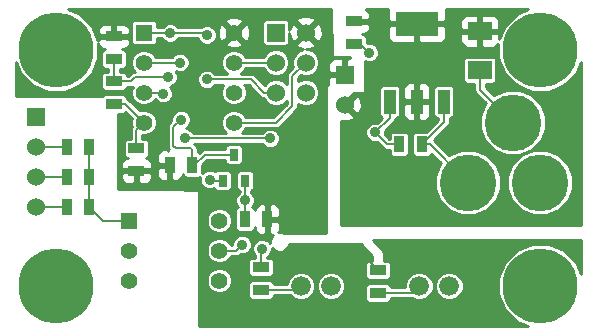
<source format=gtl>
G04 (created by PCBNEW (2013-05-31 BZR 4019)-stable) date 7/5/2014 3:54:55 PM*
%MOIN*%
G04 Gerber Fmt 3.4, Leading zero omitted, Abs format*
%FSLAX34Y34*%
G01*
G70*
G90*
G04 APERTURE LIST*
%ADD10C,0.00590551*%
%ADD11C,0.25*%
%ADD12R,0.144X0.08*%
%ADD13R,0.04X0.08*%
%ADD14R,0.06X0.06*%
%ADD15C,0.06*%
%ADD16C,0.189*%
%ADD17R,0.0315X0.0394*%
%ADD18R,0.055X0.035*%
%ADD19R,0.035X0.055*%
%ADD20R,0.055X0.055*%
%ADD21C,0.055*%
%ADD22R,0.08X0.06*%
%ADD23C,0.066*%
%ADD24C,0.035*%
%ADD25C,0.008*%
%ADD26C,0.01*%
G04 APERTURE END LIST*
G54D10*
G54D11*
X1574Y-9448D03*
G54D12*
X13600Y-700D03*
G54D13*
X13600Y-3300D03*
X14500Y-3300D03*
X12700Y-3300D03*
G54D14*
X11200Y-2400D03*
G54D15*
X11200Y-3400D03*
G54D11*
X17716Y-9448D03*
X17716Y-1574D03*
X1574Y-1574D03*
G54D16*
X17700Y-6000D03*
X15300Y-6000D03*
X16800Y-4000D03*
G54D14*
X8900Y-1000D03*
G54D15*
X9900Y-1000D03*
X8900Y-2000D03*
X9900Y-2000D03*
X8900Y-3000D03*
X9900Y-3000D03*
G54D17*
X7500Y-5067D03*
X7875Y-5933D03*
X7125Y-5933D03*
G54D18*
X12300Y-8925D03*
X12300Y-9675D03*
X8400Y-8825D03*
X8400Y-9575D03*
G54D19*
X1925Y-6800D03*
X2675Y-6800D03*
X1925Y-5800D03*
X2675Y-5800D03*
X1925Y-4800D03*
X2675Y-4800D03*
G54D20*
X4011Y-7267D03*
G54D21*
X4011Y-8267D03*
X4011Y-9267D03*
X7011Y-9267D03*
X7011Y-8267D03*
X7011Y-7267D03*
G54D14*
X900Y-3800D03*
G54D15*
X900Y-4800D03*
X900Y-5800D03*
X900Y-6800D03*
G54D18*
X11500Y-625D03*
X11500Y-1375D03*
X3500Y-2625D03*
X3500Y-3375D03*
G54D19*
X13760Y-4724D03*
X13010Y-4724D03*
G54D18*
X3500Y-1125D03*
X3500Y-1875D03*
X4250Y-5615D03*
X4250Y-4865D03*
G54D22*
X15700Y-950D03*
X15700Y-2250D03*
G54D20*
X4500Y-1000D03*
G54D21*
X4500Y-2000D03*
X4500Y-3000D03*
X4500Y-4000D03*
X7500Y-4000D03*
X7500Y-3000D03*
X7500Y-2000D03*
X7500Y-1000D03*
G54D23*
X13673Y-9448D03*
X14673Y-9448D03*
X9736Y-9448D03*
X10736Y-9448D03*
G54D19*
X7865Y-7220D03*
X8615Y-7220D03*
X6115Y-5420D03*
X5365Y-5420D03*
G54D24*
X8440Y-8200D03*
X5700Y-2000D03*
X5740Y-3900D03*
X8900Y-8400D03*
X5860Y-4510D03*
X5140Y-3040D03*
X8707Y-4527D03*
X5370Y-1020D03*
X5300Y-2490D03*
X6594Y-1082D03*
X6594Y-2559D03*
X12007Y-1673D03*
X6692Y-5905D03*
X12204Y-4330D03*
X7775Y-8070D03*
X7874Y-6594D03*
G54D25*
X7500Y-4000D02*
X8893Y-4000D01*
X9448Y-2451D02*
X9900Y-2000D01*
X9448Y-3444D02*
X9448Y-2451D01*
X8893Y-4000D02*
X9448Y-3444D01*
X8400Y-8825D02*
X8400Y-8240D01*
X8400Y-8240D02*
X8440Y-8200D01*
X7500Y-2000D02*
X8900Y-2000D01*
X6115Y-5420D02*
X6180Y-5420D01*
X6533Y-5067D02*
X7500Y-5067D01*
X6180Y-5420D02*
X6533Y-5067D01*
X6115Y-5420D02*
X6115Y-4915D01*
X5700Y-2000D02*
X4500Y-2000D01*
X5480Y-4160D02*
X5740Y-3900D01*
X5480Y-4780D02*
X5480Y-4160D01*
X5560Y-4860D02*
X5480Y-4780D01*
X6060Y-4860D02*
X5560Y-4860D01*
X6115Y-4915D02*
X6060Y-4860D01*
X11825Y-8450D02*
X12300Y-8925D01*
X8950Y-8450D02*
X11825Y-8450D01*
X8900Y-8400D02*
X8950Y-8450D01*
X5860Y-4510D02*
X5860Y-4527D01*
X4500Y-3000D02*
X5100Y-3000D01*
X5860Y-4527D02*
X8707Y-4527D01*
X5100Y-3000D02*
X5140Y-3040D01*
X3500Y-1875D02*
X3500Y-2625D01*
X3500Y-2625D02*
X4055Y-2625D01*
X5370Y-1020D02*
X5370Y-1000D01*
X4190Y-2490D02*
X5300Y-2490D01*
X4055Y-2625D02*
X4190Y-2490D01*
X8900Y-3000D02*
X8511Y-3000D01*
X6511Y-1000D02*
X5370Y-1000D01*
X6594Y-1082D02*
X6511Y-1000D01*
X8070Y-2559D02*
X6594Y-2559D01*
X8511Y-3000D02*
X8070Y-2559D01*
X5370Y-1000D02*
X4500Y-1000D01*
X14500Y-3300D02*
X14500Y-3985D01*
X14500Y-3985D02*
X13760Y-4724D01*
X13760Y-4724D02*
X14024Y-4724D01*
X14024Y-4724D02*
X15300Y-6000D01*
X4250Y-4865D02*
X4250Y-4250D01*
X4250Y-4250D02*
X4500Y-4000D01*
X11500Y-1375D02*
X11709Y-1375D01*
X11709Y-1375D02*
X12007Y-1673D01*
X7125Y-5933D02*
X6720Y-5933D01*
X6720Y-5933D02*
X6692Y-5905D01*
X13010Y-4724D02*
X12598Y-4724D01*
X12700Y-3835D02*
X12204Y-4330D01*
X12700Y-3835D02*
X12700Y-3300D01*
X12598Y-4724D02*
X12204Y-4330D01*
X15700Y-2250D02*
X15700Y-2900D01*
X15700Y-2900D02*
X16800Y-4000D01*
X3500Y-3375D02*
X3875Y-3375D01*
X3875Y-3375D02*
X4500Y-4000D01*
X7865Y-7220D02*
X7865Y-6603D01*
X7865Y-6603D02*
X7874Y-6594D01*
X7875Y-5933D02*
X7875Y-6593D01*
X7578Y-8267D02*
X7011Y-8267D01*
X7775Y-8070D02*
X7578Y-8267D01*
X7875Y-6593D02*
X7874Y-6594D01*
X900Y-6800D02*
X1925Y-6800D01*
X900Y-5800D02*
X1925Y-5800D01*
X900Y-4800D02*
X1925Y-4800D01*
X12300Y-9675D02*
X13447Y-9675D01*
X13447Y-9675D02*
X13673Y-9448D01*
X8400Y-9575D02*
X9610Y-9575D01*
X9610Y-9575D02*
X9736Y-9448D01*
X2675Y-4800D02*
X2675Y-5800D01*
X2675Y-5800D02*
X2675Y-6800D01*
X4011Y-7267D02*
X3142Y-7267D01*
X3142Y-7267D02*
X2675Y-6800D01*
G54D10*
G36*
X19066Y-9049D02*
X18904Y-8656D01*
X18510Y-8262D01*
X17996Y-8049D01*
X17439Y-8048D01*
X16924Y-8261D01*
X16530Y-8654D01*
X16316Y-9169D01*
X16316Y-9726D01*
X16528Y-10240D01*
X16922Y-10634D01*
X17316Y-10798D01*
X15153Y-10798D01*
X15153Y-9353D01*
X15080Y-9177D01*
X14945Y-9042D01*
X14769Y-8968D01*
X14578Y-8968D01*
X14401Y-9041D01*
X14266Y-9176D01*
X14193Y-9352D01*
X14193Y-9543D01*
X14266Y-9720D01*
X14400Y-9855D01*
X14577Y-9928D01*
X14768Y-9928D01*
X14944Y-9855D01*
X15079Y-9721D01*
X15153Y-9544D01*
X15153Y-9353D01*
X15153Y-10798D01*
X14153Y-10798D01*
X14153Y-9353D01*
X14080Y-9177D01*
X13945Y-9042D01*
X13769Y-8968D01*
X13578Y-8968D01*
X13401Y-9041D01*
X13266Y-9176D01*
X13193Y-9352D01*
X13193Y-9485D01*
X12725Y-9485D01*
X12725Y-9470D01*
X12702Y-9415D01*
X12660Y-9372D01*
X12604Y-9350D01*
X12545Y-9349D01*
X11995Y-9349D01*
X11940Y-9372D01*
X11897Y-9414D01*
X11875Y-9470D01*
X11874Y-9529D01*
X11874Y-9879D01*
X11897Y-9934D01*
X11939Y-9977D01*
X11995Y-9999D01*
X12054Y-10000D01*
X12604Y-10000D01*
X12659Y-9977D01*
X12702Y-9935D01*
X12724Y-9879D01*
X12724Y-9865D01*
X13423Y-9865D01*
X13577Y-9928D01*
X13768Y-9928D01*
X13944Y-9855D01*
X14079Y-9721D01*
X14153Y-9544D01*
X14153Y-9353D01*
X14153Y-10798D01*
X11216Y-10798D01*
X11216Y-9353D01*
X11143Y-9177D01*
X11008Y-9042D01*
X10832Y-8968D01*
X10641Y-8968D01*
X10464Y-9041D01*
X10329Y-9176D01*
X10256Y-9352D01*
X10256Y-9543D01*
X10329Y-9720D01*
X10463Y-9855D01*
X10640Y-9928D01*
X10831Y-9928D01*
X11007Y-9855D01*
X11142Y-9721D01*
X11216Y-9544D01*
X11216Y-9353D01*
X11216Y-10798D01*
X10216Y-10798D01*
X10216Y-9353D01*
X10143Y-9177D01*
X10008Y-9042D01*
X9832Y-8968D01*
X9641Y-8968D01*
X9464Y-9041D01*
X9329Y-9176D01*
X9256Y-9352D01*
X9256Y-9385D01*
X8825Y-9385D01*
X8825Y-9370D01*
X8802Y-9315D01*
X8760Y-9272D01*
X8704Y-9250D01*
X8645Y-9249D01*
X8095Y-9249D01*
X8040Y-9272D01*
X7997Y-9314D01*
X7975Y-9370D01*
X7974Y-9429D01*
X7974Y-9779D01*
X7997Y-9834D01*
X8039Y-9877D01*
X8095Y-9899D01*
X8154Y-9900D01*
X8704Y-9900D01*
X8759Y-9877D01*
X8802Y-9835D01*
X8824Y-9779D01*
X8824Y-9765D01*
X9373Y-9765D01*
X9463Y-9855D01*
X9640Y-9928D01*
X9831Y-9928D01*
X10007Y-9855D01*
X10142Y-9721D01*
X10216Y-9544D01*
X10216Y-9353D01*
X10216Y-10798D01*
X7436Y-10798D01*
X7436Y-9183D01*
X7372Y-9027D01*
X7252Y-8907D01*
X7096Y-8842D01*
X6927Y-8842D01*
X6771Y-8907D01*
X6651Y-9026D01*
X6586Y-9182D01*
X6586Y-9351D01*
X6651Y-9508D01*
X6770Y-9627D01*
X6926Y-9692D01*
X7095Y-9692D01*
X7252Y-9628D01*
X7371Y-9508D01*
X7436Y-9352D01*
X7436Y-9183D01*
X7436Y-10798D01*
X6349Y-10798D01*
X6349Y-6250D01*
X5315Y-6231D01*
X5315Y-5882D01*
X5315Y-5470D01*
X5002Y-5470D01*
X4940Y-5532D01*
X4939Y-5645D01*
X4940Y-5744D01*
X4978Y-5836D01*
X5048Y-5907D01*
X5140Y-5945D01*
X5252Y-5945D01*
X5315Y-5882D01*
X5315Y-6231D01*
X4775Y-6221D01*
X4775Y-5839D01*
X4775Y-5727D01*
X4712Y-5665D01*
X4300Y-5665D01*
X4300Y-5977D01*
X4362Y-6040D01*
X4475Y-6040D01*
X4574Y-6039D01*
X4666Y-6001D01*
X4737Y-5931D01*
X4775Y-5839D01*
X4775Y-6221D01*
X4200Y-6211D01*
X4200Y-5977D01*
X4200Y-5665D01*
X3787Y-5665D01*
X3725Y-5727D01*
X3724Y-5839D01*
X3762Y-5931D01*
X3833Y-6001D01*
X3925Y-6039D01*
X4024Y-6040D01*
X4137Y-6040D01*
X4200Y-5977D01*
X4200Y-6211D01*
X3620Y-6200D01*
X3627Y-3700D01*
X3804Y-3700D01*
X3859Y-3677D01*
X3884Y-3652D01*
X4095Y-3864D01*
X4075Y-3915D01*
X4074Y-4084D01*
X4098Y-4141D01*
X4074Y-4177D01*
X4060Y-4250D01*
X4060Y-4539D01*
X3945Y-4539D01*
X3890Y-4562D01*
X3847Y-4604D01*
X3825Y-4660D01*
X3824Y-4719D01*
X3824Y-5069D01*
X3847Y-5124D01*
X3889Y-5167D01*
X3945Y-5189D01*
X3974Y-5190D01*
X3925Y-5190D01*
X3833Y-5228D01*
X3762Y-5298D01*
X3724Y-5390D01*
X3725Y-5502D01*
X3787Y-5565D01*
X4200Y-5565D01*
X4200Y-5557D01*
X4300Y-5557D01*
X4300Y-5565D01*
X4712Y-5565D01*
X4775Y-5502D01*
X4775Y-5390D01*
X4737Y-5298D01*
X4666Y-5228D01*
X4574Y-5190D01*
X4554Y-5190D01*
X4609Y-5167D01*
X4652Y-5125D01*
X4674Y-5069D01*
X4675Y-5010D01*
X4675Y-4660D01*
X4652Y-4605D01*
X4610Y-4562D01*
X4554Y-4540D01*
X4495Y-4539D01*
X4440Y-4539D01*
X4440Y-4424D01*
X4584Y-4425D01*
X4740Y-4360D01*
X4860Y-4241D01*
X4924Y-4084D01*
X4925Y-3915D01*
X4860Y-3759D01*
X4741Y-3639D01*
X4584Y-3575D01*
X4415Y-3574D01*
X4364Y-3596D01*
X4009Y-3240D01*
X3947Y-3199D01*
X3925Y-3194D01*
X3925Y-3170D01*
X3902Y-3115D01*
X3860Y-3072D01*
X3804Y-3050D01*
X3745Y-3049D01*
X3195Y-3049D01*
X3140Y-3072D01*
X3108Y-3104D01*
X2523Y-3113D01*
X2548Y-3099D01*
X225Y-3099D01*
X225Y-1974D01*
X387Y-2366D01*
X780Y-2760D01*
X1295Y-2974D01*
X1852Y-2975D01*
X2366Y-2762D01*
X2760Y-2368D01*
X2974Y-1854D01*
X2975Y-1349D01*
X3012Y-1441D01*
X3083Y-1511D01*
X3175Y-1549D01*
X3195Y-1549D01*
X3195Y-1549D01*
X3140Y-1572D01*
X3097Y-1614D01*
X3075Y-1670D01*
X3074Y-1729D01*
X3074Y-2079D01*
X3097Y-2134D01*
X3139Y-2177D01*
X3195Y-2199D01*
X3254Y-2200D01*
X3310Y-2200D01*
X3310Y-2299D01*
X3195Y-2299D01*
X3140Y-2322D01*
X3097Y-2364D01*
X3075Y-2420D01*
X3074Y-2479D01*
X3074Y-2829D01*
X3097Y-2884D01*
X3139Y-2927D01*
X3195Y-2949D01*
X3254Y-2950D01*
X3804Y-2950D01*
X3859Y-2927D01*
X3902Y-2885D01*
X3924Y-2829D01*
X3924Y-2815D01*
X4055Y-2815D01*
X4122Y-2801D01*
X4075Y-2915D01*
X4074Y-3084D01*
X4139Y-3240D01*
X4258Y-3360D01*
X4415Y-3424D01*
X4584Y-3425D01*
X4740Y-3360D01*
X4860Y-3241D01*
X4866Y-3225D01*
X4955Y-3315D01*
X5075Y-3364D01*
X5204Y-3365D01*
X5323Y-3315D01*
X5415Y-3224D01*
X5464Y-3104D01*
X5465Y-2975D01*
X5415Y-2856D01*
X5371Y-2812D01*
X5483Y-2765D01*
X5575Y-2674D01*
X5624Y-2554D01*
X5625Y-2425D01*
X5575Y-2306D01*
X5565Y-2296D01*
X5635Y-2324D01*
X5764Y-2325D01*
X5883Y-2275D01*
X5975Y-2184D01*
X6024Y-2064D01*
X6025Y-1935D01*
X5975Y-1816D01*
X5884Y-1724D01*
X5764Y-1675D01*
X5635Y-1674D01*
X5516Y-1724D01*
X5430Y-1810D01*
X4881Y-1810D01*
X4860Y-1759D01*
X4741Y-1639D01*
X4584Y-1575D01*
X4415Y-1574D01*
X4259Y-1639D01*
X4139Y-1758D01*
X4075Y-1915D01*
X4074Y-2084D01*
X4139Y-2240D01*
X4198Y-2300D01*
X4190Y-2300D01*
X4189Y-2300D01*
X4177Y-2302D01*
X4117Y-2314D01*
X4055Y-2355D01*
X4055Y-2355D01*
X3976Y-2435D01*
X3925Y-2435D01*
X3925Y-2420D01*
X3902Y-2365D01*
X3860Y-2322D01*
X3804Y-2300D01*
X3745Y-2299D01*
X3690Y-2299D01*
X3690Y-2200D01*
X3804Y-2200D01*
X3859Y-2177D01*
X3902Y-2135D01*
X3924Y-2079D01*
X3925Y-2020D01*
X3925Y-1670D01*
X3902Y-1615D01*
X3860Y-1572D01*
X3804Y-1550D01*
X3775Y-1549D01*
X3824Y-1549D01*
X3916Y-1511D01*
X3987Y-1441D01*
X4025Y-1349D01*
X4025Y-900D01*
X3987Y-808D01*
X3916Y-738D01*
X3824Y-700D01*
X3725Y-699D01*
X3612Y-700D01*
X3550Y-762D01*
X3550Y-1075D01*
X3962Y-1075D01*
X4025Y-1012D01*
X4025Y-900D01*
X4025Y-1349D01*
X4025Y-1237D01*
X3962Y-1175D01*
X3550Y-1175D01*
X3550Y-1182D01*
X3450Y-1182D01*
X3450Y-1175D01*
X3450Y-1075D01*
X3450Y-762D01*
X3387Y-700D01*
X3274Y-699D01*
X3175Y-700D01*
X3083Y-738D01*
X3012Y-808D01*
X2974Y-900D01*
X2975Y-1012D01*
X3037Y-1075D01*
X3450Y-1075D01*
X3450Y-1175D01*
X3037Y-1175D01*
X2975Y-1237D01*
X2974Y-1297D01*
X2762Y-782D01*
X2368Y-388D01*
X1974Y-225D01*
X10742Y-225D01*
X10760Y-1800D01*
X11379Y-1800D01*
X11378Y-1849D01*
X11312Y-1850D01*
X11250Y-1912D01*
X11250Y-2350D01*
X11257Y-2350D01*
X11257Y-2450D01*
X11250Y-2450D01*
X11250Y-2457D01*
X11150Y-2457D01*
X11150Y-2450D01*
X11150Y-2350D01*
X11150Y-1912D01*
X11087Y-1850D01*
X10949Y-1849D01*
X10850Y-1850D01*
X10758Y-1888D01*
X10687Y-1958D01*
X10649Y-2050D01*
X10650Y-2287D01*
X10712Y-2350D01*
X11150Y-2350D01*
X11150Y-2450D01*
X10712Y-2450D01*
X10650Y-2512D01*
X10649Y-2744D01*
X10579Y-2744D01*
X10579Y-7684D01*
X10454Y-7684D01*
X10454Y-1081D01*
X10443Y-863D01*
X10381Y-712D01*
X10285Y-684D01*
X10215Y-755D01*
X10215Y-614D01*
X10187Y-518D01*
X9981Y-445D01*
X9763Y-456D01*
X9612Y-518D01*
X9584Y-614D01*
X9900Y-929D01*
X10215Y-614D01*
X10215Y-755D01*
X9970Y-1000D01*
X10285Y-1315D01*
X10381Y-1287D01*
X10454Y-1081D01*
X10454Y-7684D01*
X10350Y-7684D01*
X10350Y-2910D01*
X10281Y-2745D01*
X10155Y-2618D01*
X9989Y-2550D01*
X9810Y-2549D01*
X9645Y-2618D01*
X9638Y-2624D01*
X9638Y-2529D01*
X9745Y-2423D01*
X9810Y-2449D01*
X9989Y-2450D01*
X10154Y-2381D01*
X10281Y-2255D01*
X10349Y-2089D01*
X10350Y-1910D01*
X10281Y-1745D01*
X10155Y-1618D01*
X9989Y-1550D01*
X9913Y-1550D01*
X10036Y-1543D01*
X10187Y-1481D01*
X10215Y-1385D01*
X9900Y-1070D01*
X9829Y-1141D01*
X9829Y-1000D01*
X9514Y-684D01*
X9418Y-712D01*
X9350Y-904D01*
X9350Y-670D01*
X9327Y-615D01*
X9285Y-572D01*
X9229Y-550D01*
X9170Y-549D01*
X8570Y-549D01*
X8515Y-572D01*
X8472Y-614D01*
X8450Y-670D01*
X8449Y-729D01*
X8449Y-1329D01*
X8472Y-1384D01*
X8514Y-1427D01*
X8570Y-1449D01*
X8629Y-1450D01*
X9229Y-1450D01*
X9284Y-1427D01*
X9327Y-1385D01*
X9349Y-1329D01*
X9350Y-1270D01*
X9350Y-1014D01*
X9356Y-1136D01*
X9418Y-1287D01*
X9514Y-1315D01*
X9829Y-1000D01*
X9829Y-1141D01*
X9584Y-1385D01*
X9612Y-1481D01*
X9807Y-1551D01*
X9645Y-1618D01*
X9518Y-1744D01*
X9450Y-1910D01*
X9449Y-2089D01*
X9476Y-2154D01*
X9314Y-2316D01*
X9273Y-2378D01*
X9258Y-2451D01*
X9258Y-2722D01*
X9155Y-2618D01*
X8989Y-2550D01*
X8810Y-2549D01*
X8645Y-2618D01*
X8522Y-2741D01*
X8205Y-2424D01*
X8143Y-2383D01*
X8070Y-2369D01*
X7719Y-2369D01*
X7740Y-2360D01*
X7860Y-2241D01*
X7881Y-2190D01*
X8491Y-2190D01*
X8518Y-2254D01*
X8644Y-2381D01*
X8810Y-2449D01*
X8989Y-2450D01*
X9154Y-2381D01*
X9281Y-2255D01*
X9349Y-2089D01*
X9350Y-1910D01*
X9281Y-1745D01*
X9155Y-1618D01*
X8989Y-1550D01*
X8810Y-1549D01*
X8645Y-1618D01*
X8518Y-1744D01*
X8491Y-1810D01*
X8029Y-1810D01*
X8029Y-1075D01*
X8018Y-867D01*
X7960Y-727D01*
X7867Y-702D01*
X7797Y-773D01*
X7797Y-632D01*
X7772Y-539D01*
X7575Y-470D01*
X7367Y-481D01*
X7227Y-539D01*
X7202Y-632D01*
X7500Y-929D01*
X7797Y-632D01*
X7797Y-773D01*
X7570Y-1000D01*
X7867Y-1297D01*
X7960Y-1272D01*
X8029Y-1075D01*
X8029Y-1810D01*
X7881Y-1810D01*
X7860Y-1759D01*
X7797Y-1696D01*
X7797Y-1367D01*
X7500Y-1070D01*
X7429Y-1141D01*
X7429Y-1000D01*
X7132Y-702D01*
X7039Y-727D01*
X6970Y-924D01*
X6981Y-1132D01*
X7039Y-1272D01*
X7132Y-1297D01*
X7429Y-1000D01*
X7429Y-1141D01*
X7202Y-1367D01*
X7227Y-1460D01*
X7424Y-1529D01*
X7632Y-1518D01*
X7772Y-1460D01*
X7797Y-1367D01*
X7797Y-1696D01*
X7741Y-1639D01*
X7584Y-1575D01*
X7415Y-1574D01*
X7259Y-1639D01*
X7139Y-1758D01*
X7075Y-1915D01*
X7074Y-2084D01*
X7139Y-2240D01*
X7258Y-2360D01*
X7280Y-2369D01*
X6919Y-2369D01*
X6919Y-1018D01*
X6870Y-898D01*
X6778Y-807D01*
X6659Y-757D01*
X6530Y-757D01*
X6410Y-806D01*
X6407Y-810D01*
X5619Y-810D01*
X5554Y-744D01*
X5434Y-695D01*
X5305Y-694D01*
X5186Y-744D01*
X5120Y-810D01*
X4925Y-810D01*
X4925Y-695D01*
X4902Y-640D01*
X4860Y-597D01*
X4804Y-575D01*
X4745Y-574D01*
X4195Y-574D01*
X4140Y-597D01*
X4097Y-639D01*
X4075Y-695D01*
X4074Y-754D01*
X4074Y-1304D01*
X4097Y-1359D01*
X4139Y-1402D01*
X4195Y-1424D01*
X4254Y-1425D01*
X4804Y-1425D01*
X4859Y-1402D01*
X4902Y-1360D01*
X4924Y-1304D01*
X4925Y-1245D01*
X4925Y-1190D01*
X5088Y-1190D01*
X5094Y-1203D01*
X5185Y-1295D01*
X5305Y-1344D01*
X5434Y-1345D01*
X5553Y-1295D01*
X5645Y-1204D01*
X5651Y-1190D01*
X6287Y-1190D01*
X6318Y-1266D01*
X6410Y-1358D01*
X6529Y-1407D01*
X6658Y-1407D01*
X6778Y-1358D01*
X6869Y-1267D01*
X6919Y-1147D01*
X6919Y-1018D01*
X6919Y-2369D01*
X6864Y-2369D01*
X6778Y-2283D01*
X6659Y-2234D01*
X6530Y-2233D01*
X6410Y-2283D01*
X6319Y-2374D01*
X6269Y-2494D01*
X6269Y-2623D01*
X6318Y-2742D01*
X6410Y-2834D01*
X6529Y-2883D01*
X6658Y-2884D01*
X6778Y-2834D01*
X6864Y-2749D01*
X7149Y-2749D01*
X7139Y-2758D01*
X7075Y-2915D01*
X7074Y-3084D01*
X7139Y-3240D01*
X7258Y-3360D01*
X7415Y-3424D01*
X7584Y-3425D01*
X7740Y-3360D01*
X7860Y-3241D01*
X7924Y-3084D01*
X7925Y-2915D01*
X7860Y-2759D01*
X7850Y-2749D01*
X7992Y-2749D01*
X8377Y-3134D01*
X8439Y-3175D01*
X8489Y-3185D01*
X8518Y-3254D01*
X8644Y-3381D01*
X8810Y-3449D01*
X8989Y-3450D01*
X9154Y-3381D01*
X9258Y-3277D01*
X9258Y-3366D01*
X8815Y-3810D01*
X7881Y-3810D01*
X7860Y-3759D01*
X7741Y-3639D01*
X7584Y-3575D01*
X7415Y-3574D01*
X7259Y-3639D01*
X7139Y-3758D01*
X7075Y-3915D01*
X7074Y-4084D01*
X7139Y-4240D01*
X7236Y-4337D01*
X6140Y-4337D01*
X6135Y-4326D01*
X6044Y-4234D01*
X5924Y-4185D01*
X5901Y-4185D01*
X5923Y-4175D01*
X6015Y-4084D01*
X6064Y-3964D01*
X6065Y-3835D01*
X6015Y-3716D01*
X5924Y-3624D01*
X5804Y-3575D01*
X5675Y-3574D01*
X5556Y-3624D01*
X5464Y-3715D01*
X5415Y-3835D01*
X5414Y-3956D01*
X5345Y-4025D01*
X5304Y-4087D01*
X5290Y-4160D01*
X5290Y-4780D01*
X5304Y-4852D01*
X5332Y-4895D01*
X5314Y-4895D01*
X5314Y-4957D01*
X5252Y-4895D01*
X5140Y-4894D01*
X5048Y-4932D01*
X4978Y-5003D01*
X4940Y-5095D01*
X4939Y-5194D01*
X4940Y-5307D01*
X5002Y-5370D01*
X5315Y-5370D01*
X5315Y-5362D01*
X5415Y-5362D01*
X5415Y-5370D01*
X5422Y-5370D01*
X5422Y-5470D01*
X5415Y-5470D01*
X5415Y-5882D01*
X5477Y-5945D01*
X5589Y-5945D01*
X5681Y-5907D01*
X5751Y-5836D01*
X5789Y-5744D01*
X5789Y-5724D01*
X5789Y-5724D01*
X5812Y-5779D01*
X5854Y-5822D01*
X5910Y-5844D01*
X5969Y-5845D01*
X6319Y-5845D01*
X6374Y-5822D01*
X6376Y-5820D01*
X6367Y-5840D01*
X6367Y-5969D01*
X6417Y-6089D01*
X6508Y-6180D01*
X6627Y-6230D01*
X6757Y-6230D01*
X6833Y-6198D01*
X6840Y-6214D01*
X6882Y-6257D01*
X6937Y-6279D01*
X6997Y-6280D01*
X7312Y-6280D01*
X7367Y-6257D01*
X7409Y-6215D01*
X7432Y-6159D01*
X7432Y-6100D01*
X7432Y-5706D01*
X7409Y-5651D01*
X7367Y-5608D01*
X7312Y-5586D01*
X7252Y-5585D01*
X6937Y-5585D01*
X6882Y-5608D01*
X6865Y-5625D01*
X6757Y-5580D01*
X6628Y-5580D01*
X6509Y-5629D01*
X6439Y-5698D01*
X6440Y-5665D01*
X6440Y-5428D01*
X6611Y-5257D01*
X7192Y-5257D01*
X7192Y-5293D01*
X7215Y-5348D01*
X7257Y-5391D01*
X7312Y-5413D01*
X7372Y-5414D01*
X7687Y-5414D01*
X7742Y-5391D01*
X7784Y-5349D01*
X7807Y-5293D01*
X7807Y-5234D01*
X7807Y-4840D01*
X7784Y-4785D01*
X7742Y-4742D01*
X7687Y-4720D01*
X7627Y-4719D01*
X7312Y-4719D01*
X7257Y-4742D01*
X7215Y-4784D01*
X7192Y-4840D01*
X7192Y-4877D01*
X6533Y-4877D01*
X6460Y-4891D01*
X6398Y-4932D01*
X6331Y-4999D01*
X6319Y-4995D01*
X6305Y-4995D01*
X6305Y-4915D01*
X6290Y-4842D01*
X6249Y-4780D01*
X6249Y-4780D01*
X6194Y-4725D01*
X6182Y-4717D01*
X8438Y-4717D01*
X8523Y-4802D01*
X8642Y-4852D01*
X8771Y-4852D01*
X8891Y-4803D01*
X8982Y-4711D01*
X9032Y-4592D01*
X9032Y-4463D01*
X8983Y-4343D01*
X8891Y-4252D01*
X8772Y-4202D01*
X8643Y-4202D01*
X8523Y-4251D01*
X8437Y-4337D01*
X7763Y-4337D01*
X7860Y-4241D01*
X7881Y-4190D01*
X8893Y-4190D01*
X8966Y-4175D01*
X9028Y-4134D01*
X9583Y-3579D01*
X9624Y-3517D01*
X9638Y-3444D01*
X9638Y-3375D01*
X9644Y-3381D01*
X9810Y-3449D01*
X9989Y-3450D01*
X10154Y-3381D01*
X10281Y-3255D01*
X10349Y-3089D01*
X10350Y-2910D01*
X10350Y-7684D01*
X9164Y-7684D01*
X9094Y-7655D01*
X8983Y-7654D01*
X9001Y-7636D01*
X9039Y-7544D01*
X9040Y-7445D01*
X9040Y-6994D01*
X9039Y-6895D01*
X9001Y-6803D01*
X8931Y-6732D01*
X8839Y-6694D01*
X8727Y-6695D01*
X8665Y-6757D01*
X8665Y-7170D01*
X8977Y-7170D01*
X9040Y-7107D01*
X9040Y-6994D01*
X9040Y-7445D01*
X9040Y-7332D01*
X8977Y-7270D01*
X8665Y-7270D01*
X8665Y-7682D01*
X8727Y-7745D01*
X8805Y-7745D01*
X8754Y-7795D01*
X8705Y-7915D01*
X8704Y-8005D01*
X8624Y-7924D01*
X8565Y-7899D01*
X8565Y-7682D01*
X8565Y-7270D01*
X8557Y-7270D01*
X8557Y-7170D01*
X8565Y-7170D01*
X8565Y-6757D01*
X8502Y-6695D01*
X8390Y-6694D01*
X8298Y-6732D01*
X8228Y-6803D01*
X8190Y-6895D01*
X8190Y-6915D01*
X8167Y-6860D01*
X8125Y-6817D01*
X8114Y-6813D01*
X8149Y-6778D01*
X8198Y-6659D01*
X8199Y-6530D01*
X8149Y-6410D01*
X8065Y-6325D01*
X8065Y-6278D01*
X8117Y-6257D01*
X8159Y-6215D01*
X8182Y-6159D01*
X8182Y-6100D01*
X8182Y-5706D01*
X8159Y-5651D01*
X8117Y-5608D01*
X8062Y-5586D01*
X8002Y-5585D01*
X7687Y-5585D01*
X7632Y-5608D01*
X7590Y-5650D01*
X7567Y-5706D01*
X7567Y-5765D01*
X7567Y-6159D01*
X7590Y-6214D01*
X7632Y-6257D01*
X7685Y-6278D01*
X7685Y-6323D01*
X7598Y-6410D01*
X7549Y-6529D01*
X7548Y-6658D01*
X7598Y-6778D01*
X7628Y-6808D01*
X7605Y-6817D01*
X7562Y-6859D01*
X7540Y-6915D01*
X7539Y-6974D01*
X7539Y-7524D01*
X7562Y-7579D01*
X7604Y-7622D01*
X7660Y-7644D01*
X7719Y-7645D01*
X8069Y-7645D01*
X8124Y-7622D01*
X8167Y-7580D01*
X8189Y-7524D01*
X8190Y-7495D01*
X8190Y-7544D01*
X8228Y-7636D01*
X8298Y-7707D01*
X8390Y-7745D01*
X8502Y-7745D01*
X8565Y-7682D01*
X8565Y-7899D01*
X8504Y-7875D01*
X8375Y-7874D01*
X8256Y-7924D01*
X8164Y-8015D01*
X8115Y-8135D01*
X8114Y-8264D01*
X8164Y-8383D01*
X8210Y-8429D01*
X8210Y-8499D01*
X8100Y-8499D01*
X8100Y-8006D01*
X8051Y-7887D01*
X7959Y-7795D01*
X7840Y-7745D01*
X7711Y-7745D01*
X7591Y-7795D01*
X7500Y-7886D01*
X7450Y-8005D01*
X7450Y-8077D01*
X7436Y-8077D01*
X7436Y-7183D01*
X7372Y-7027D01*
X7252Y-6907D01*
X7096Y-6842D01*
X6927Y-6842D01*
X6771Y-6907D01*
X6651Y-7026D01*
X6586Y-7182D01*
X6586Y-7351D01*
X6651Y-7508D01*
X6770Y-7627D01*
X6926Y-7692D01*
X7095Y-7692D01*
X7252Y-7628D01*
X7371Y-7508D01*
X7436Y-7352D01*
X7436Y-7183D01*
X7436Y-8077D01*
X7393Y-8077D01*
X7372Y-8027D01*
X7252Y-7907D01*
X7096Y-7842D01*
X6927Y-7842D01*
X6771Y-7907D01*
X6651Y-8026D01*
X6586Y-8182D01*
X6586Y-8351D01*
X6651Y-8508D01*
X6770Y-8627D01*
X6926Y-8692D01*
X7095Y-8692D01*
X7252Y-8628D01*
X7371Y-8508D01*
X7393Y-8457D01*
X7578Y-8457D01*
X7651Y-8443D01*
X7713Y-8402D01*
X7719Y-8395D01*
X7839Y-8395D01*
X7959Y-8346D01*
X8050Y-8255D01*
X8100Y-8135D01*
X8100Y-8006D01*
X8100Y-8499D01*
X8095Y-8499D01*
X8040Y-8522D01*
X7997Y-8564D01*
X7975Y-8620D01*
X7974Y-8679D01*
X7974Y-9029D01*
X7997Y-9084D01*
X8039Y-9127D01*
X8095Y-9149D01*
X8154Y-9150D01*
X8704Y-9150D01*
X8759Y-9127D01*
X8802Y-9085D01*
X8824Y-9029D01*
X8825Y-8970D01*
X8825Y-8620D01*
X8802Y-8565D01*
X8760Y-8522D01*
X8704Y-8500D01*
X8645Y-8499D01*
X8590Y-8499D01*
X8590Y-8489D01*
X8623Y-8475D01*
X8715Y-8384D01*
X8764Y-8264D01*
X8765Y-8174D01*
X8845Y-8255D01*
X8965Y-8304D01*
X9094Y-8305D01*
X9213Y-8255D01*
X9305Y-8164D01*
X9347Y-8064D01*
X11732Y-8064D01*
X12110Y-8441D01*
X12110Y-8599D01*
X11995Y-8599D01*
X11940Y-8622D01*
X11897Y-8664D01*
X11875Y-8720D01*
X11874Y-8779D01*
X11874Y-9129D01*
X11897Y-9184D01*
X11939Y-9227D01*
X11995Y-9249D01*
X12054Y-9250D01*
X12604Y-9250D01*
X12659Y-9227D01*
X12702Y-9185D01*
X12724Y-9129D01*
X12725Y-9070D01*
X12725Y-8720D01*
X12702Y-8665D01*
X12660Y-8622D01*
X12604Y-8600D01*
X12545Y-8599D01*
X12490Y-8599D01*
X12490Y-8362D01*
X12475Y-8290D01*
X12434Y-8228D01*
X12129Y-7924D01*
X12204Y-7924D01*
X13779Y-7924D01*
X19066Y-7924D01*
X19066Y-9049D01*
X19066Y-9049D01*
G37*
G54D26*
X19066Y-9049D02*
X18904Y-8656D01*
X18510Y-8262D01*
X17996Y-8049D01*
X17439Y-8048D01*
X16924Y-8261D01*
X16530Y-8654D01*
X16316Y-9169D01*
X16316Y-9726D01*
X16528Y-10240D01*
X16922Y-10634D01*
X17316Y-10798D01*
X15153Y-10798D01*
X15153Y-9353D01*
X15080Y-9177D01*
X14945Y-9042D01*
X14769Y-8968D01*
X14578Y-8968D01*
X14401Y-9041D01*
X14266Y-9176D01*
X14193Y-9352D01*
X14193Y-9543D01*
X14266Y-9720D01*
X14400Y-9855D01*
X14577Y-9928D01*
X14768Y-9928D01*
X14944Y-9855D01*
X15079Y-9721D01*
X15153Y-9544D01*
X15153Y-9353D01*
X15153Y-10798D01*
X14153Y-10798D01*
X14153Y-9353D01*
X14080Y-9177D01*
X13945Y-9042D01*
X13769Y-8968D01*
X13578Y-8968D01*
X13401Y-9041D01*
X13266Y-9176D01*
X13193Y-9352D01*
X13193Y-9485D01*
X12725Y-9485D01*
X12725Y-9470D01*
X12702Y-9415D01*
X12660Y-9372D01*
X12604Y-9350D01*
X12545Y-9349D01*
X11995Y-9349D01*
X11940Y-9372D01*
X11897Y-9414D01*
X11875Y-9470D01*
X11874Y-9529D01*
X11874Y-9879D01*
X11897Y-9934D01*
X11939Y-9977D01*
X11995Y-9999D01*
X12054Y-10000D01*
X12604Y-10000D01*
X12659Y-9977D01*
X12702Y-9935D01*
X12724Y-9879D01*
X12724Y-9865D01*
X13423Y-9865D01*
X13577Y-9928D01*
X13768Y-9928D01*
X13944Y-9855D01*
X14079Y-9721D01*
X14153Y-9544D01*
X14153Y-9353D01*
X14153Y-10798D01*
X11216Y-10798D01*
X11216Y-9353D01*
X11143Y-9177D01*
X11008Y-9042D01*
X10832Y-8968D01*
X10641Y-8968D01*
X10464Y-9041D01*
X10329Y-9176D01*
X10256Y-9352D01*
X10256Y-9543D01*
X10329Y-9720D01*
X10463Y-9855D01*
X10640Y-9928D01*
X10831Y-9928D01*
X11007Y-9855D01*
X11142Y-9721D01*
X11216Y-9544D01*
X11216Y-9353D01*
X11216Y-10798D01*
X10216Y-10798D01*
X10216Y-9353D01*
X10143Y-9177D01*
X10008Y-9042D01*
X9832Y-8968D01*
X9641Y-8968D01*
X9464Y-9041D01*
X9329Y-9176D01*
X9256Y-9352D01*
X9256Y-9385D01*
X8825Y-9385D01*
X8825Y-9370D01*
X8802Y-9315D01*
X8760Y-9272D01*
X8704Y-9250D01*
X8645Y-9249D01*
X8095Y-9249D01*
X8040Y-9272D01*
X7997Y-9314D01*
X7975Y-9370D01*
X7974Y-9429D01*
X7974Y-9779D01*
X7997Y-9834D01*
X8039Y-9877D01*
X8095Y-9899D01*
X8154Y-9900D01*
X8704Y-9900D01*
X8759Y-9877D01*
X8802Y-9835D01*
X8824Y-9779D01*
X8824Y-9765D01*
X9373Y-9765D01*
X9463Y-9855D01*
X9640Y-9928D01*
X9831Y-9928D01*
X10007Y-9855D01*
X10142Y-9721D01*
X10216Y-9544D01*
X10216Y-9353D01*
X10216Y-10798D01*
X7436Y-10798D01*
X7436Y-9183D01*
X7372Y-9027D01*
X7252Y-8907D01*
X7096Y-8842D01*
X6927Y-8842D01*
X6771Y-8907D01*
X6651Y-9026D01*
X6586Y-9182D01*
X6586Y-9351D01*
X6651Y-9508D01*
X6770Y-9627D01*
X6926Y-9692D01*
X7095Y-9692D01*
X7252Y-9628D01*
X7371Y-9508D01*
X7436Y-9352D01*
X7436Y-9183D01*
X7436Y-10798D01*
X6349Y-10798D01*
X6349Y-6250D01*
X5315Y-6231D01*
X5315Y-5882D01*
X5315Y-5470D01*
X5002Y-5470D01*
X4940Y-5532D01*
X4939Y-5645D01*
X4940Y-5744D01*
X4978Y-5836D01*
X5048Y-5907D01*
X5140Y-5945D01*
X5252Y-5945D01*
X5315Y-5882D01*
X5315Y-6231D01*
X4775Y-6221D01*
X4775Y-5839D01*
X4775Y-5727D01*
X4712Y-5665D01*
X4300Y-5665D01*
X4300Y-5977D01*
X4362Y-6040D01*
X4475Y-6040D01*
X4574Y-6039D01*
X4666Y-6001D01*
X4737Y-5931D01*
X4775Y-5839D01*
X4775Y-6221D01*
X4200Y-6211D01*
X4200Y-5977D01*
X4200Y-5665D01*
X3787Y-5665D01*
X3725Y-5727D01*
X3724Y-5839D01*
X3762Y-5931D01*
X3833Y-6001D01*
X3925Y-6039D01*
X4024Y-6040D01*
X4137Y-6040D01*
X4200Y-5977D01*
X4200Y-6211D01*
X3620Y-6200D01*
X3627Y-3700D01*
X3804Y-3700D01*
X3859Y-3677D01*
X3884Y-3652D01*
X4095Y-3864D01*
X4075Y-3915D01*
X4074Y-4084D01*
X4098Y-4141D01*
X4074Y-4177D01*
X4060Y-4250D01*
X4060Y-4539D01*
X3945Y-4539D01*
X3890Y-4562D01*
X3847Y-4604D01*
X3825Y-4660D01*
X3824Y-4719D01*
X3824Y-5069D01*
X3847Y-5124D01*
X3889Y-5167D01*
X3945Y-5189D01*
X3974Y-5190D01*
X3925Y-5190D01*
X3833Y-5228D01*
X3762Y-5298D01*
X3724Y-5390D01*
X3725Y-5502D01*
X3787Y-5565D01*
X4200Y-5565D01*
X4200Y-5557D01*
X4300Y-5557D01*
X4300Y-5565D01*
X4712Y-5565D01*
X4775Y-5502D01*
X4775Y-5390D01*
X4737Y-5298D01*
X4666Y-5228D01*
X4574Y-5190D01*
X4554Y-5190D01*
X4609Y-5167D01*
X4652Y-5125D01*
X4674Y-5069D01*
X4675Y-5010D01*
X4675Y-4660D01*
X4652Y-4605D01*
X4610Y-4562D01*
X4554Y-4540D01*
X4495Y-4539D01*
X4440Y-4539D01*
X4440Y-4424D01*
X4584Y-4425D01*
X4740Y-4360D01*
X4860Y-4241D01*
X4924Y-4084D01*
X4925Y-3915D01*
X4860Y-3759D01*
X4741Y-3639D01*
X4584Y-3575D01*
X4415Y-3574D01*
X4364Y-3596D01*
X4009Y-3240D01*
X3947Y-3199D01*
X3925Y-3194D01*
X3925Y-3170D01*
X3902Y-3115D01*
X3860Y-3072D01*
X3804Y-3050D01*
X3745Y-3049D01*
X3195Y-3049D01*
X3140Y-3072D01*
X3108Y-3104D01*
X2523Y-3113D01*
X2548Y-3099D01*
X225Y-3099D01*
X225Y-1974D01*
X387Y-2366D01*
X780Y-2760D01*
X1295Y-2974D01*
X1852Y-2975D01*
X2366Y-2762D01*
X2760Y-2368D01*
X2974Y-1854D01*
X2975Y-1349D01*
X3012Y-1441D01*
X3083Y-1511D01*
X3175Y-1549D01*
X3195Y-1549D01*
X3195Y-1549D01*
X3140Y-1572D01*
X3097Y-1614D01*
X3075Y-1670D01*
X3074Y-1729D01*
X3074Y-2079D01*
X3097Y-2134D01*
X3139Y-2177D01*
X3195Y-2199D01*
X3254Y-2200D01*
X3310Y-2200D01*
X3310Y-2299D01*
X3195Y-2299D01*
X3140Y-2322D01*
X3097Y-2364D01*
X3075Y-2420D01*
X3074Y-2479D01*
X3074Y-2829D01*
X3097Y-2884D01*
X3139Y-2927D01*
X3195Y-2949D01*
X3254Y-2950D01*
X3804Y-2950D01*
X3859Y-2927D01*
X3902Y-2885D01*
X3924Y-2829D01*
X3924Y-2815D01*
X4055Y-2815D01*
X4122Y-2801D01*
X4075Y-2915D01*
X4074Y-3084D01*
X4139Y-3240D01*
X4258Y-3360D01*
X4415Y-3424D01*
X4584Y-3425D01*
X4740Y-3360D01*
X4860Y-3241D01*
X4866Y-3225D01*
X4955Y-3315D01*
X5075Y-3364D01*
X5204Y-3365D01*
X5323Y-3315D01*
X5415Y-3224D01*
X5464Y-3104D01*
X5465Y-2975D01*
X5415Y-2856D01*
X5371Y-2812D01*
X5483Y-2765D01*
X5575Y-2674D01*
X5624Y-2554D01*
X5625Y-2425D01*
X5575Y-2306D01*
X5565Y-2296D01*
X5635Y-2324D01*
X5764Y-2325D01*
X5883Y-2275D01*
X5975Y-2184D01*
X6024Y-2064D01*
X6025Y-1935D01*
X5975Y-1816D01*
X5884Y-1724D01*
X5764Y-1675D01*
X5635Y-1674D01*
X5516Y-1724D01*
X5430Y-1810D01*
X4881Y-1810D01*
X4860Y-1759D01*
X4741Y-1639D01*
X4584Y-1575D01*
X4415Y-1574D01*
X4259Y-1639D01*
X4139Y-1758D01*
X4075Y-1915D01*
X4074Y-2084D01*
X4139Y-2240D01*
X4198Y-2300D01*
X4190Y-2300D01*
X4189Y-2300D01*
X4177Y-2302D01*
X4117Y-2314D01*
X4055Y-2355D01*
X4055Y-2355D01*
X3976Y-2435D01*
X3925Y-2435D01*
X3925Y-2420D01*
X3902Y-2365D01*
X3860Y-2322D01*
X3804Y-2300D01*
X3745Y-2299D01*
X3690Y-2299D01*
X3690Y-2200D01*
X3804Y-2200D01*
X3859Y-2177D01*
X3902Y-2135D01*
X3924Y-2079D01*
X3925Y-2020D01*
X3925Y-1670D01*
X3902Y-1615D01*
X3860Y-1572D01*
X3804Y-1550D01*
X3775Y-1549D01*
X3824Y-1549D01*
X3916Y-1511D01*
X3987Y-1441D01*
X4025Y-1349D01*
X4025Y-900D01*
X3987Y-808D01*
X3916Y-738D01*
X3824Y-700D01*
X3725Y-699D01*
X3612Y-700D01*
X3550Y-762D01*
X3550Y-1075D01*
X3962Y-1075D01*
X4025Y-1012D01*
X4025Y-900D01*
X4025Y-1349D01*
X4025Y-1237D01*
X3962Y-1175D01*
X3550Y-1175D01*
X3550Y-1182D01*
X3450Y-1182D01*
X3450Y-1175D01*
X3450Y-1075D01*
X3450Y-762D01*
X3387Y-700D01*
X3274Y-699D01*
X3175Y-700D01*
X3083Y-738D01*
X3012Y-808D01*
X2974Y-900D01*
X2975Y-1012D01*
X3037Y-1075D01*
X3450Y-1075D01*
X3450Y-1175D01*
X3037Y-1175D01*
X2975Y-1237D01*
X2974Y-1297D01*
X2762Y-782D01*
X2368Y-388D01*
X1974Y-225D01*
X10742Y-225D01*
X10760Y-1800D01*
X11379Y-1800D01*
X11378Y-1849D01*
X11312Y-1850D01*
X11250Y-1912D01*
X11250Y-2350D01*
X11257Y-2350D01*
X11257Y-2450D01*
X11250Y-2450D01*
X11250Y-2457D01*
X11150Y-2457D01*
X11150Y-2450D01*
X11150Y-2350D01*
X11150Y-1912D01*
X11087Y-1850D01*
X10949Y-1849D01*
X10850Y-1850D01*
X10758Y-1888D01*
X10687Y-1958D01*
X10649Y-2050D01*
X10650Y-2287D01*
X10712Y-2350D01*
X11150Y-2350D01*
X11150Y-2450D01*
X10712Y-2450D01*
X10650Y-2512D01*
X10649Y-2744D01*
X10579Y-2744D01*
X10579Y-7684D01*
X10454Y-7684D01*
X10454Y-1081D01*
X10443Y-863D01*
X10381Y-712D01*
X10285Y-684D01*
X10215Y-755D01*
X10215Y-614D01*
X10187Y-518D01*
X9981Y-445D01*
X9763Y-456D01*
X9612Y-518D01*
X9584Y-614D01*
X9900Y-929D01*
X10215Y-614D01*
X10215Y-755D01*
X9970Y-1000D01*
X10285Y-1315D01*
X10381Y-1287D01*
X10454Y-1081D01*
X10454Y-7684D01*
X10350Y-7684D01*
X10350Y-2910D01*
X10281Y-2745D01*
X10155Y-2618D01*
X9989Y-2550D01*
X9810Y-2549D01*
X9645Y-2618D01*
X9638Y-2624D01*
X9638Y-2529D01*
X9745Y-2423D01*
X9810Y-2449D01*
X9989Y-2450D01*
X10154Y-2381D01*
X10281Y-2255D01*
X10349Y-2089D01*
X10350Y-1910D01*
X10281Y-1745D01*
X10155Y-1618D01*
X9989Y-1550D01*
X9913Y-1550D01*
X10036Y-1543D01*
X10187Y-1481D01*
X10215Y-1385D01*
X9900Y-1070D01*
X9829Y-1141D01*
X9829Y-1000D01*
X9514Y-684D01*
X9418Y-712D01*
X9350Y-904D01*
X9350Y-670D01*
X9327Y-615D01*
X9285Y-572D01*
X9229Y-550D01*
X9170Y-549D01*
X8570Y-549D01*
X8515Y-572D01*
X8472Y-614D01*
X8450Y-670D01*
X8449Y-729D01*
X8449Y-1329D01*
X8472Y-1384D01*
X8514Y-1427D01*
X8570Y-1449D01*
X8629Y-1450D01*
X9229Y-1450D01*
X9284Y-1427D01*
X9327Y-1385D01*
X9349Y-1329D01*
X9350Y-1270D01*
X9350Y-1014D01*
X9356Y-1136D01*
X9418Y-1287D01*
X9514Y-1315D01*
X9829Y-1000D01*
X9829Y-1141D01*
X9584Y-1385D01*
X9612Y-1481D01*
X9807Y-1551D01*
X9645Y-1618D01*
X9518Y-1744D01*
X9450Y-1910D01*
X9449Y-2089D01*
X9476Y-2154D01*
X9314Y-2316D01*
X9273Y-2378D01*
X9258Y-2451D01*
X9258Y-2722D01*
X9155Y-2618D01*
X8989Y-2550D01*
X8810Y-2549D01*
X8645Y-2618D01*
X8522Y-2741D01*
X8205Y-2424D01*
X8143Y-2383D01*
X8070Y-2369D01*
X7719Y-2369D01*
X7740Y-2360D01*
X7860Y-2241D01*
X7881Y-2190D01*
X8491Y-2190D01*
X8518Y-2254D01*
X8644Y-2381D01*
X8810Y-2449D01*
X8989Y-2450D01*
X9154Y-2381D01*
X9281Y-2255D01*
X9349Y-2089D01*
X9350Y-1910D01*
X9281Y-1745D01*
X9155Y-1618D01*
X8989Y-1550D01*
X8810Y-1549D01*
X8645Y-1618D01*
X8518Y-1744D01*
X8491Y-1810D01*
X8029Y-1810D01*
X8029Y-1075D01*
X8018Y-867D01*
X7960Y-727D01*
X7867Y-702D01*
X7797Y-773D01*
X7797Y-632D01*
X7772Y-539D01*
X7575Y-470D01*
X7367Y-481D01*
X7227Y-539D01*
X7202Y-632D01*
X7500Y-929D01*
X7797Y-632D01*
X7797Y-773D01*
X7570Y-1000D01*
X7867Y-1297D01*
X7960Y-1272D01*
X8029Y-1075D01*
X8029Y-1810D01*
X7881Y-1810D01*
X7860Y-1759D01*
X7797Y-1696D01*
X7797Y-1367D01*
X7500Y-1070D01*
X7429Y-1141D01*
X7429Y-1000D01*
X7132Y-702D01*
X7039Y-727D01*
X6970Y-924D01*
X6981Y-1132D01*
X7039Y-1272D01*
X7132Y-1297D01*
X7429Y-1000D01*
X7429Y-1141D01*
X7202Y-1367D01*
X7227Y-1460D01*
X7424Y-1529D01*
X7632Y-1518D01*
X7772Y-1460D01*
X7797Y-1367D01*
X7797Y-1696D01*
X7741Y-1639D01*
X7584Y-1575D01*
X7415Y-1574D01*
X7259Y-1639D01*
X7139Y-1758D01*
X7075Y-1915D01*
X7074Y-2084D01*
X7139Y-2240D01*
X7258Y-2360D01*
X7280Y-2369D01*
X6919Y-2369D01*
X6919Y-1018D01*
X6870Y-898D01*
X6778Y-807D01*
X6659Y-757D01*
X6530Y-757D01*
X6410Y-806D01*
X6407Y-810D01*
X5619Y-810D01*
X5554Y-744D01*
X5434Y-695D01*
X5305Y-694D01*
X5186Y-744D01*
X5120Y-810D01*
X4925Y-810D01*
X4925Y-695D01*
X4902Y-640D01*
X4860Y-597D01*
X4804Y-575D01*
X4745Y-574D01*
X4195Y-574D01*
X4140Y-597D01*
X4097Y-639D01*
X4075Y-695D01*
X4074Y-754D01*
X4074Y-1304D01*
X4097Y-1359D01*
X4139Y-1402D01*
X4195Y-1424D01*
X4254Y-1425D01*
X4804Y-1425D01*
X4859Y-1402D01*
X4902Y-1360D01*
X4924Y-1304D01*
X4925Y-1245D01*
X4925Y-1190D01*
X5088Y-1190D01*
X5094Y-1203D01*
X5185Y-1295D01*
X5305Y-1344D01*
X5434Y-1345D01*
X5553Y-1295D01*
X5645Y-1204D01*
X5651Y-1190D01*
X6287Y-1190D01*
X6318Y-1266D01*
X6410Y-1358D01*
X6529Y-1407D01*
X6658Y-1407D01*
X6778Y-1358D01*
X6869Y-1267D01*
X6919Y-1147D01*
X6919Y-1018D01*
X6919Y-2369D01*
X6864Y-2369D01*
X6778Y-2283D01*
X6659Y-2234D01*
X6530Y-2233D01*
X6410Y-2283D01*
X6319Y-2374D01*
X6269Y-2494D01*
X6269Y-2623D01*
X6318Y-2742D01*
X6410Y-2834D01*
X6529Y-2883D01*
X6658Y-2884D01*
X6778Y-2834D01*
X6864Y-2749D01*
X7149Y-2749D01*
X7139Y-2758D01*
X7075Y-2915D01*
X7074Y-3084D01*
X7139Y-3240D01*
X7258Y-3360D01*
X7415Y-3424D01*
X7584Y-3425D01*
X7740Y-3360D01*
X7860Y-3241D01*
X7924Y-3084D01*
X7925Y-2915D01*
X7860Y-2759D01*
X7850Y-2749D01*
X7992Y-2749D01*
X8377Y-3134D01*
X8439Y-3175D01*
X8489Y-3185D01*
X8518Y-3254D01*
X8644Y-3381D01*
X8810Y-3449D01*
X8989Y-3450D01*
X9154Y-3381D01*
X9258Y-3277D01*
X9258Y-3366D01*
X8815Y-3810D01*
X7881Y-3810D01*
X7860Y-3759D01*
X7741Y-3639D01*
X7584Y-3575D01*
X7415Y-3574D01*
X7259Y-3639D01*
X7139Y-3758D01*
X7075Y-3915D01*
X7074Y-4084D01*
X7139Y-4240D01*
X7236Y-4337D01*
X6140Y-4337D01*
X6135Y-4326D01*
X6044Y-4234D01*
X5924Y-4185D01*
X5901Y-4185D01*
X5923Y-4175D01*
X6015Y-4084D01*
X6064Y-3964D01*
X6065Y-3835D01*
X6015Y-3716D01*
X5924Y-3624D01*
X5804Y-3575D01*
X5675Y-3574D01*
X5556Y-3624D01*
X5464Y-3715D01*
X5415Y-3835D01*
X5414Y-3956D01*
X5345Y-4025D01*
X5304Y-4087D01*
X5290Y-4160D01*
X5290Y-4780D01*
X5304Y-4852D01*
X5332Y-4895D01*
X5314Y-4895D01*
X5314Y-4957D01*
X5252Y-4895D01*
X5140Y-4894D01*
X5048Y-4932D01*
X4978Y-5003D01*
X4940Y-5095D01*
X4939Y-5194D01*
X4940Y-5307D01*
X5002Y-5370D01*
X5315Y-5370D01*
X5315Y-5362D01*
X5415Y-5362D01*
X5415Y-5370D01*
X5422Y-5370D01*
X5422Y-5470D01*
X5415Y-5470D01*
X5415Y-5882D01*
X5477Y-5945D01*
X5589Y-5945D01*
X5681Y-5907D01*
X5751Y-5836D01*
X5789Y-5744D01*
X5789Y-5724D01*
X5789Y-5724D01*
X5812Y-5779D01*
X5854Y-5822D01*
X5910Y-5844D01*
X5969Y-5845D01*
X6319Y-5845D01*
X6374Y-5822D01*
X6376Y-5820D01*
X6367Y-5840D01*
X6367Y-5969D01*
X6417Y-6089D01*
X6508Y-6180D01*
X6627Y-6230D01*
X6757Y-6230D01*
X6833Y-6198D01*
X6840Y-6214D01*
X6882Y-6257D01*
X6937Y-6279D01*
X6997Y-6280D01*
X7312Y-6280D01*
X7367Y-6257D01*
X7409Y-6215D01*
X7432Y-6159D01*
X7432Y-6100D01*
X7432Y-5706D01*
X7409Y-5651D01*
X7367Y-5608D01*
X7312Y-5586D01*
X7252Y-5585D01*
X6937Y-5585D01*
X6882Y-5608D01*
X6865Y-5625D01*
X6757Y-5580D01*
X6628Y-5580D01*
X6509Y-5629D01*
X6439Y-5698D01*
X6440Y-5665D01*
X6440Y-5428D01*
X6611Y-5257D01*
X7192Y-5257D01*
X7192Y-5293D01*
X7215Y-5348D01*
X7257Y-5391D01*
X7312Y-5413D01*
X7372Y-5414D01*
X7687Y-5414D01*
X7742Y-5391D01*
X7784Y-5349D01*
X7807Y-5293D01*
X7807Y-5234D01*
X7807Y-4840D01*
X7784Y-4785D01*
X7742Y-4742D01*
X7687Y-4720D01*
X7627Y-4719D01*
X7312Y-4719D01*
X7257Y-4742D01*
X7215Y-4784D01*
X7192Y-4840D01*
X7192Y-4877D01*
X6533Y-4877D01*
X6460Y-4891D01*
X6398Y-4932D01*
X6331Y-4999D01*
X6319Y-4995D01*
X6305Y-4995D01*
X6305Y-4915D01*
X6290Y-4842D01*
X6249Y-4780D01*
X6249Y-4780D01*
X6194Y-4725D01*
X6182Y-4717D01*
X8438Y-4717D01*
X8523Y-4802D01*
X8642Y-4852D01*
X8771Y-4852D01*
X8891Y-4803D01*
X8982Y-4711D01*
X9032Y-4592D01*
X9032Y-4463D01*
X8983Y-4343D01*
X8891Y-4252D01*
X8772Y-4202D01*
X8643Y-4202D01*
X8523Y-4251D01*
X8437Y-4337D01*
X7763Y-4337D01*
X7860Y-4241D01*
X7881Y-4190D01*
X8893Y-4190D01*
X8966Y-4175D01*
X9028Y-4134D01*
X9583Y-3579D01*
X9624Y-3517D01*
X9638Y-3444D01*
X9638Y-3375D01*
X9644Y-3381D01*
X9810Y-3449D01*
X9989Y-3450D01*
X10154Y-3381D01*
X10281Y-3255D01*
X10349Y-3089D01*
X10350Y-2910D01*
X10350Y-7684D01*
X9164Y-7684D01*
X9094Y-7655D01*
X8983Y-7654D01*
X9001Y-7636D01*
X9039Y-7544D01*
X9040Y-7445D01*
X9040Y-6994D01*
X9039Y-6895D01*
X9001Y-6803D01*
X8931Y-6732D01*
X8839Y-6694D01*
X8727Y-6695D01*
X8665Y-6757D01*
X8665Y-7170D01*
X8977Y-7170D01*
X9040Y-7107D01*
X9040Y-6994D01*
X9040Y-7445D01*
X9040Y-7332D01*
X8977Y-7270D01*
X8665Y-7270D01*
X8665Y-7682D01*
X8727Y-7745D01*
X8805Y-7745D01*
X8754Y-7795D01*
X8705Y-7915D01*
X8704Y-8005D01*
X8624Y-7924D01*
X8565Y-7899D01*
X8565Y-7682D01*
X8565Y-7270D01*
X8557Y-7270D01*
X8557Y-7170D01*
X8565Y-7170D01*
X8565Y-6757D01*
X8502Y-6695D01*
X8390Y-6694D01*
X8298Y-6732D01*
X8228Y-6803D01*
X8190Y-6895D01*
X8190Y-6915D01*
X8167Y-6860D01*
X8125Y-6817D01*
X8114Y-6813D01*
X8149Y-6778D01*
X8198Y-6659D01*
X8199Y-6530D01*
X8149Y-6410D01*
X8065Y-6325D01*
X8065Y-6278D01*
X8117Y-6257D01*
X8159Y-6215D01*
X8182Y-6159D01*
X8182Y-6100D01*
X8182Y-5706D01*
X8159Y-5651D01*
X8117Y-5608D01*
X8062Y-5586D01*
X8002Y-5585D01*
X7687Y-5585D01*
X7632Y-5608D01*
X7590Y-5650D01*
X7567Y-5706D01*
X7567Y-5765D01*
X7567Y-6159D01*
X7590Y-6214D01*
X7632Y-6257D01*
X7685Y-6278D01*
X7685Y-6323D01*
X7598Y-6410D01*
X7549Y-6529D01*
X7548Y-6658D01*
X7598Y-6778D01*
X7628Y-6808D01*
X7605Y-6817D01*
X7562Y-6859D01*
X7540Y-6915D01*
X7539Y-6974D01*
X7539Y-7524D01*
X7562Y-7579D01*
X7604Y-7622D01*
X7660Y-7644D01*
X7719Y-7645D01*
X8069Y-7645D01*
X8124Y-7622D01*
X8167Y-7580D01*
X8189Y-7524D01*
X8190Y-7495D01*
X8190Y-7544D01*
X8228Y-7636D01*
X8298Y-7707D01*
X8390Y-7745D01*
X8502Y-7745D01*
X8565Y-7682D01*
X8565Y-7899D01*
X8504Y-7875D01*
X8375Y-7874D01*
X8256Y-7924D01*
X8164Y-8015D01*
X8115Y-8135D01*
X8114Y-8264D01*
X8164Y-8383D01*
X8210Y-8429D01*
X8210Y-8499D01*
X8100Y-8499D01*
X8100Y-8006D01*
X8051Y-7887D01*
X7959Y-7795D01*
X7840Y-7745D01*
X7711Y-7745D01*
X7591Y-7795D01*
X7500Y-7886D01*
X7450Y-8005D01*
X7450Y-8077D01*
X7436Y-8077D01*
X7436Y-7183D01*
X7372Y-7027D01*
X7252Y-6907D01*
X7096Y-6842D01*
X6927Y-6842D01*
X6771Y-6907D01*
X6651Y-7026D01*
X6586Y-7182D01*
X6586Y-7351D01*
X6651Y-7508D01*
X6770Y-7627D01*
X6926Y-7692D01*
X7095Y-7692D01*
X7252Y-7628D01*
X7371Y-7508D01*
X7436Y-7352D01*
X7436Y-7183D01*
X7436Y-8077D01*
X7393Y-8077D01*
X7372Y-8027D01*
X7252Y-7907D01*
X7096Y-7842D01*
X6927Y-7842D01*
X6771Y-7907D01*
X6651Y-8026D01*
X6586Y-8182D01*
X6586Y-8351D01*
X6651Y-8508D01*
X6770Y-8627D01*
X6926Y-8692D01*
X7095Y-8692D01*
X7252Y-8628D01*
X7371Y-8508D01*
X7393Y-8457D01*
X7578Y-8457D01*
X7651Y-8443D01*
X7713Y-8402D01*
X7719Y-8395D01*
X7839Y-8395D01*
X7959Y-8346D01*
X8050Y-8255D01*
X8100Y-8135D01*
X8100Y-8006D01*
X8100Y-8499D01*
X8095Y-8499D01*
X8040Y-8522D01*
X7997Y-8564D01*
X7975Y-8620D01*
X7974Y-8679D01*
X7974Y-9029D01*
X7997Y-9084D01*
X8039Y-9127D01*
X8095Y-9149D01*
X8154Y-9150D01*
X8704Y-9150D01*
X8759Y-9127D01*
X8802Y-9085D01*
X8824Y-9029D01*
X8825Y-8970D01*
X8825Y-8620D01*
X8802Y-8565D01*
X8760Y-8522D01*
X8704Y-8500D01*
X8645Y-8499D01*
X8590Y-8499D01*
X8590Y-8489D01*
X8623Y-8475D01*
X8715Y-8384D01*
X8764Y-8264D01*
X8765Y-8174D01*
X8845Y-8255D01*
X8965Y-8304D01*
X9094Y-8305D01*
X9213Y-8255D01*
X9305Y-8164D01*
X9347Y-8064D01*
X11732Y-8064D01*
X12110Y-8441D01*
X12110Y-8599D01*
X11995Y-8599D01*
X11940Y-8622D01*
X11897Y-8664D01*
X11875Y-8720D01*
X11874Y-8779D01*
X11874Y-9129D01*
X11897Y-9184D01*
X11939Y-9227D01*
X11995Y-9249D01*
X12054Y-9250D01*
X12604Y-9250D01*
X12659Y-9227D01*
X12702Y-9185D01*
X12724Y-9129D01*
X12725Y-9070D01*
X12725Y-8720D01*
X12702Y-8665D01*
X12660Y-8622D01*
X12604Y-8600D01*
X12545Y-8599D01*
X12490Y-8599D01*
X12490Y-8362D01*
X12475Y-8290D01*
X12434Y-8228D01*
X12129Y-7924D01*
X12204Y-7924D01*
X13779Y-7924D01*
X19066Y-7924D01*
X19066Y-9049D01*
G54D10*
G36*
X19066Y-7430D02*
X18795Y-7430D01*
X18795Y-5783D01*
X18628Y-5380D01*
X18321Y-5072D01*
X17918Y-4905D01*
X17895Y-4905D01*
X17895Y-3783D01*
X17728Y-3380D01*
X17421Y-3072D01*
X17018Y-2905D01*
X16583Y-2904D01*
X16180Y-3071D01*
X16160Y-3091D01*
X15890Y-2821D01*
X15890Y-2700D01*
X16129Y-2700D01*
X16184Y-2677D01*
X16227Y-2635D01*
X16249Y-2579D01*
X16250Y-2520D01*
X16250Y-1920D01*
X16227Y-1865D01*
X16185Y-1822D01*
X16129Y-1800D01*
X16070Y-1799D01*
X15650Y-1799D01*
X15650Y-1437D01*
X15650Y-1000D01*
X15650Y-900D01*
X15650Y-462D01*
X15587Y-400D01*
X15349Y-399D01*
X15250Y-400D01*
X15158Y-438D01*
X15087Y-508D01*
X15049Y-600D01*
X15050Y-837D01*
X15112Y-900D01*
X15650Y-900D01*
X15650Y-1000D01*
X15112Y-1000D01*
X15050Y-1062D01*
X15049Y-1299D01*
X15087Y-1391D01*
X15158Y-1461D01*
X15250Y-1499D01*
X15349Y-1500D01*
X15587Y-1500D01*
X15650Y-1437D01*
X15650Y-1799D01*
X15270Y-1799D01*
X15215Y-1822D01*
X15172Y-1864D01*
X15150Y-1920D01*
X15149Y-1979D01*
X15149Y-2579D01*
X15172Y-2634D01*
X15214Y-2677D01*
X15270Y-2699D01*
X15329Y-2700D01*
X15510Y-2700D01*
X15510Y-2900D01*
X15524Y-2972D01*
X15565Y-3034D01*
X15891Y-3359D01*
X15872Y-3378D01*
X15705Y-3781D01*
X15704Y-4216D01*
X15871Y-4619D01*
X16178Y-4927D01*
X16581Y-5094D01*
X17016Y-5095D01*
X17419Y-4928D01*
X17727Y-4621D01*
X17894Y-4218D01*
X17895Y-3783D01*
X17895Y-4905D01*
X17483Y-4904D01*
X17080Y-5071D01*
X16772Y-5378D01*
X16605Y-5781D01*
X16604Y-6216D01*
X16771Y-6619D01*
X17078Y-6927D01*
X17481Y-7094D01*
X17916Y-7095D01*
X18319Y-6928D01*
X18627Y-6621D01*
X18794Y-6218D01*
X18795Y-5783D01*
X18795Y-7430D01*
X16395Y-7430D01*
X16395Y-5783D01*
X16228Y-5380D01*
X15921Y-5072D01*
X15518Y-4905D01*
X15083Y-4904D01*
X14680Y-5071D01*
X14660Y-5091D01*
X14161Y-4592D01*
X14634Y-4119D01*
X14634Y-4119D01*
X14634Y-4119D01*
X14675Y-4057D01*
X14675Y-4057D01*
X14687Y-3999D01*
X14690Y-3985D01*
X14689Y-3985D01*
X14690Y-3985D01*
X14690Y-3850D01*
X14729Y-3850D01*
X14784Y-3827D01*
X14827Y-3785D01*
X14849Y-3729D01*
X14850Y-3670D01*
X14850Y-2870D01*
X14827Y-2815D01*
X14785Y-2772D01*
X14729Y-2750D01*
X14670Y-2749D01*
X14570Y-2749D01*
X14570Y-1050D01*
X14570Y-812D01*
X14507Y-750D01*
X13650Y-750D01*
X13650Y-1287D01*
X13712Y-1350D01*
X14369Y-1350D01*
X14461Y-1312D01*
X14531Y-1241D01*
X14569Y-1149D01*
X14570Y-1050D01*
X14570Y-2749D01*
X14270Y-2749D01*
X14215Y-2772D01*
X14172Y-2814D01*
X14150Y-2870D01*
X14149Y-2929D01*
X14149Y-3729D01*
X14172Y-3784D01*
X14214Y-3827D01*
X14270Y-3849D01*
X14310Y-3850D01*
X14310Y-3906D01*
X14050Y-4166D01*
X14050Y-3650D01*
X14050Y-2949D01*
X14049Y-2850D01*
X14011Y-2758D01*
X13941Y-2687D01*
X13849Y-2649D01*
X13712Y-2650D01*
X13650Y-2712D01*
X13650Y-3250D01*
X13987Y-3250D01*
X14050Y-3187D01*
X14050Y-2949D01*
X14050Y-3650D01*
X14050Y-3412D01*
X13987Y-3350D01*
X13650Y-3350D01*
X13650Y-3887D01*
X13712Y-3950D01*
X13849Y-3950D01*
X13941Y-3912D01*
X14011Y-3841D01*
X14049Y-3749D01*
X14050Y-3650D01*
X14050Y-4166D01*
X13917Y-4299D01*
X13906Y-4299D01*
X13556Y-4299D01*
X13550Y-4301D01*
X13550Y-3887D01*
X13550Y-3350D01*
X13550Y-3250D01*
X13550Y-2712D01*
X13550Y-1287D01*
X13550Y-750D01*
X12692Y-750D01*
X12630Y-812D01*
X12629Y-1050D01*
X12630Y-1149D01*
X12668Y-1241D01*
X12738Y-1312D01*
X12830Y-1350D01*
X13487Y-1350D01*
X13550Y-1287D01*
X13550Y-2712D01*
X13487Y-2650D01*
X13350Y-2649D01*
X13258Y-2687D01*
X13188Y-2758D01*
X13150Y-2850D01*
X13149Y-2949D01*
X13150Y-3187D01*
X13212Y-3250D01*
X13550Y-3250D01*
X13550Y-3350D01*
X13212Y-3350D01*
X13150Y-3412D01*
X13149Y-3650D01*
X13150Y-3749D01*
X13188Y-3841D01*
X13258Y-3912D01*
X13350Y-3950D01*
X13487Y-3950D01*
X13550Y-3887D01*
X13550Y-4301D01*
X13500Y-4322D01*
X13458Y-4364D01*
X13435Y-4419D01*
X13435Y-4479D01*
X13435Y-5029D01*
X13458Y-5084D01*
X13500Y-5126D01*
X13555Y-5149D01*
X13615Y-5149D01*
X13965Y-5149D01*
X14020Y-5126D01*
X14062Y-5084D01*
X14078Y-5047D01*
X14391Y-5359D01*
X14372Y-5378D01*
X14205Y-5781D01*
X14204Y-6216D01*
X14371Y-6619D01*
X14678Y-6927D01*
X15081Y-7094D01*
X15516Y-7095D01*
X15919Y-6928D01*
X16227Y-6621D01*
X16394Y-6218D01*
X16395Y-5783D01*
X16395Y-7430D01*
X13335Y-7430D01*
X13335Y-4969D01*
X13335Y-4419D01*
X13313Y-4364D01*
X13270Y-4322D01*
X13215Y-4299D01*
X13156Y-4299D01*
X12806Y-4299D01*
X12750Y-4322D01*
X12708Y-4364D01*
X12685Y-4419D01*
X12685Y-4479D01*
X12685Y-4534D01*
X12677Y-4534D01*
X12529Y-4386D01*
X12529Y-4274D01*
X12834Y-3969D01*
X12834Y-3969D01*
X12834Y-3969D01*
X12875Y-3908D01*
X12887Y-3850D01*
X12929Y-3850D01*
X12984Y-3827D01*
X13027Y-3785D01*
X13049Y-3729D01*
X13050Y-3670D01*
X13050Y-2870D01*
X13027Y-2815D01*
X12985Y-2772D01*
X12929Y-2750D01*
X12870Y-2749D01*
X12470Y-2749D01*
X12415Y-2772D01*
X12372Y-2814D01*
X12350Y-2870D01*
X12349Y-2929D01*
X12349Y-3729D01*
X12372Y-3784D01*
X12414Y-3827D01*
X12432Y-3834D01*
X12260Y-4005D01*
X12140Y-4005D01*
X12020Y-4055D01*
X11929Y-4146D01*
X11879Y-4265D01*
X11879Y-4395D01*
X11929Y-4514D01*
X12020Y-4606D01*
X12139Y-4655D01*
X12261Y-4655D01*
X12464Y-4858D01*
X12464Y-4858D01*
X12525Y-4899D01*
X12598Y-4914D01*
X12685Y-4914D01*
X12685Y-5029D01*
X12708Y-5084D01*
X12750Y-5126D01*
X12805Y-5149D01*
X12865Y-5149D01*
X13215Y-5149D01*
X13270Y-5126D01*
X13312Y-5084D01*
X13335Y-5029D01*
X13335Y-4969D01*
X13335Y-7430D01*
X11754Y-7430D01*
X11754Y-3481D01*
X11743Y-3263D01*
X11681Y-3112D01*
X11585Y-3084D01*
X11270Y-3400D01*
X11585Y-3715D01*
X11681Y-3687D01*
X11754Y-3481D01*
X11754Y-7430D01*
X11073Y-7430D01*
X11073Y-3938D01*
X11118Y-3954D01*
X11336Y-3943D01*
X11487Y-3881D01*
X11515Y-3785D01*
X11200Y-3470D01*
X11194Y-3476D01*
X11123Y-3405D01*
X11129Y-3400D01*
X11123Y-3394D01*
X11194Y-3323D01*
X11200Y-3329D01*
X11515Y-3014D01*
X11511Y-3002D01*
X11861Y-3002D01*
X11861Y-1964D01*
X11942Y-1998D01*
X12072Y-1998D01*
X12191Y-1948D01*
X12283Y-1857D01*
X12332Y-1738D01*
X12332Y-1608D01*
X12283Y-1489D01*
X12192Y-1397D01*
X12072Y-1348D01*
X11951Y-1348D01*
X11925Y-1321D01*
X11925Y-1170D01*
X11902Y-1115D01*
X11860Y-1072D01*
X11804Y-1050D01*
X11775Y-1049D01*
X11824Y-1049D01*
X11916Y-1011D01*
X11987Y-941D01*
X12025Y-849D01*
X12025Y-737D01*
X11962Y-675D01*
X11550Y-675D01*
X11550Y-682D01*
X11450Y-682D01*
X11450Y-675D01*
X11442Y-675D01*
X11442Y-575D01*
X11450Y-575D01*
X11450Y-567D01*
X11550Y-567D01*
X11550Y-575D01*
X11962Y-575D01*
X12025Y-512D01*
X12025Y-400D01*
X11987Y-308D01*
X11916Y-238D01*
X11885Y-225D01*
X12640Y-225D01*
X12630Y-250D01*
X12629Y-349D01*
X12630Y-587D01*
X12692Y-650D01*
X13550Y-650D01*
X13550Y-642D01*
X13650Y-642D01*
X13650Y-650D01*
X14507Y-650D01*
X14570Y-587D01*
X14570Y-349D01*
X14569Y-250D01*
X14559Y-225D01*
X17317Y-225D01*
X16924Y-387D01*
X16530Y-780D01*
X16350Y-1214D01*
X16350Y-600D01*
X16312Y-508D01*
X16241Y-438D01*
X16149Y-400D01*
X16050Y-399D01*
X15812Y-400D01*
X15750Y-462D01*
X15750Y-900D01*
X16287Y-900D01*
X16350Y-837D01*
X16350Y-600D01*
X16350Y-1214D01*
X16350Y-1215D01*
X16350Y-1062D01*
X16287Y-1000D01*
X15750Y-1000D01*
X15750Y-1437D01*
X15812Y-1500D01*
X16050Y-1500D01*
X16149Y-1499D01*
X16241Y-1461D01*
X16312Y-1391D01*
X16316Y-1380D01*
X16316Y-1852D01*
X16528Y-2366D01*
X16922Y-2760D01*
X17436Y-2974D01*
X17993Y-2975D01*
X18508Y-2762D01*
X18902Y-2368D01*
X19066Y-1974D01*
X19066Y-7430D01*
X19066Y-7430D01*
G37*
G54D26*
X19066Y-7430D02*
X18795Y-7430D01*
X18795Y-5783D01*
X18628Y-5380D01*
X18321Y-5072D01*
X17918Y-4905D01*
X17895Y-4905D01*
X17895Y-3783D01*
X17728Y-3380D01*
X17421Y-3072D01*
X17018Y-2905D01*
X16583Y-2904D01*
X16180Y-3071D01*
X16160Y-3091D01*
X15890Y-2821D01*
X15890Y-2700D01*
X16129Y-2700D01*
X16184Y-2677D01*
X16227Y-2635D01*
X16249Y-2579D01*
X16250Y-2520D01*
X16250Y-1920D01*
X16227Y-1865D01*
X16185Y-1822D01*
X16129Y-1800D01*
X16070Y-1799D01*
X15650Y-1799D01*
X15650Y-1437D01*
X15650Y-1000D01*
X15650Y-900D01*
X15650Y-462D01*
X15587Y-400D01*
X15349Y-399D01*
X15250Y-400D01*
X15158Y-438D01*
X15087Y-508D01*
X15049Y-600D01*
X15050Y-837D01*
X15112Y-900D01*
X15650Y-900D01*
X15650Y-1000D01*
X15112Y-1000D01*
X15050Y-1062D01*
X15049Y-1299D01*
X15087Y-1391D01*
X15158Y-1461D01*
X15250Y-1499D01*
X15349Y-1500D01*
X15587Y-1500D01*
X15650Y-1437D01*
X15650Y-1799D01*
X15270Y-1799D01*
X15215Y-1822D01*
X15172Y-1864D01*
X15150Y-1920D01*
X15149Y-1979D01*
X15149Y-2579D01*
X15172Y-2634D01*
X15214Y-2677D01*
X15270Y-2699D01*
X15329Y-2700D01*
X15510Y-2700D01*
X15510Y-2900D01*
X15524Y-2972D01*
X15565Y-3034D01*
X15891Y-3359D01*
X15872Y-3378D01*
X15705Y-3781D01*
X15704Y-4216D01*
X15871Y-4619D01*
X16178Y-4927D01*
X16581Y-5094D01*
X17016Y-5095D01*
X17419Y-4928D01*
X17727Y-4621D01*
X17894Y-4218D01*
X17895Y-3783D01*
X17895Y-4905D01*
X17483Y-4904D01*
X17080Y-5071D01*
X16772Y-5378D01*
X16605Y-5781D01*
X16604Y-6216D01*
X16771Y-6619D01*
X17078Y-6927D01*
X17481Y-7094D01*
X17916Y-7095D01*
X18319Y-6928D01*
X18627Y-6621D01*
X18794Y-6218D01*
X18795Y-5783D01*
X18795Y-7430D01*
X16395Y-7430D01*
X16395Y-5783D01*
X16228Y-5380D01*
X15921Y-5072D01*
X15518Y-4905D01*
X15083Y-4904D01*
X14680Y-5071D01*
X14660Y-5091D01*
X14161Y-4592D01*
X14634Y-4119D01*
X14634Y-4119D01*
X14634Y-4119D01*
X14675Y-4057D01*
X14675Y-4057D01*
X14687Y-3999D01*
X14690Y-3985D01*
X14689Y-3985D01*
X14690Y-3985D01*
X14690Y-3850D01*
X14729Y-3850D01*
X14784Y-3827D01*
X14827Y-3785D01*
X14849Y-3729D01*
X14850Y-3670D01*
X14850Y-2870D01*
X14827Y-2815D01*
X14785Y-2772D01*
X14729Y-2750D01*
X14670Y-2749D01*
X14570Y-2749D01*
X14570Y-1050D01*
X14570Y-812D01*
X14507Y-750D01*
X13650Y-750D01*
X13650Y-1287D01*
X13712Y-1350D01*
X14369Y-1350D01*
X14461Y-1312D01*
X14531Y-1241D01*
X14569Y-1149D01*
X14570Y-1050D01*
X14570Y-2749D01*
X14270Y-2749D01*
X14215Y-2772D01*
X14172Y-2814D01*
X14150Y-2870D01*
X14149Y-2929D01*
X14149Y-3729D01*
X14172Y-3784D01*
X14214Y-3827D01*
X14270Y-3849D01*
X14310Y-3850D01*
X14310Y-3906D01*
X14050Y-4166D01*
X14050Y-3650D01*
X14050Y-2949D01*
X14049Y-2850D01*
X14011Y-2758D01*
X13941Y-2687D01*
X13849Y-2649D01*
X13712Y-2650D01*
X13650Y-2712D01*
X13650Y-3250D01*
X13987Y-3250D01*
X14050Y-3187D01*
X14050Y-2949D01*
X14050Y-3650D01*
X14050Y-3412D01*
X13987Y-3350D01*
X13650Y-3350D01*
X13650Y-3887D01*
X13712Y-3950D01*
X13849Y-3950D01*
X13941Y-3912D01*
X14011Y-3841D01*
X14049Y-3749D01*
X14050Y-3650D01*
X14050Y-4166D01*
X13917Y-4299D01*
X13906Y-4299D01*
X13556Y-4299D01*
X13550Y-4301D01*
X13550Y-3887D01*
X13550Y-3350D01*
X13550Y-3250D01*
X13550Y-2712D01*
X13550Y-1287D01*
X13550Y-750D01*
X12692Y-750D01*
X12630Y-812D01*
X12629Y-1050D01*
X12630Y-1149D01*
X12668Y-1241D01*
X12738Y-1312D01*
X12830Y-1350D01*
X13487Y-1350D01*
X13550Y-1287D01*
X13550Y-2712D01*
X13487Y-2650D01*
X13350Y-2649D01*
X13258Y-2687D01*
X13188Y-2758D01*
X13150Y-2850D01*
X13149Y-2949D01*
X13150Y-3187D01*
X13212Y-3250D01*
X13550Y-3250D01*
X13550Y-3350D01*
X13212Y-3350D01*
X13150Y-3412D01*
X13149Y-3650D01*
X13150Y-3749D01*
X13188Y-3841D01*
X13258Y-3912D01*
X13350Y-3950D01*
X13487Y-3950D01*
X13550Y-3887D01*
X13550Y-4301D01*
X13500Y-4322D01*
X13458Y-4364D01*
X13435Y-4419D01*
X13435Y-4479D01*
X13435Y-5029D01*
X13458Y-5084D01*
X13500Y-5126D01*
X13555Y-5149D01*
X13615Y-5149D01*
X13965Y-5149D01*
X14020Y-5126D01*
X14062Y-5084D01*
X14078Y-5047D01*
X14391Y-5359D01*
X14372Y-5378D01*
X14205Y-5781D01*
X14204Y-6216D01*
X14371Y-6619D01*
X14678Y-6927D01*
X15081Y-7094D01*
X15516Y-7095D01*
X15919Y-6928D01*
X16227Y-6621D01*
X16394Y-6218D01*
X16395Y-5783D01*
X16395Y-7430D01*
X13335Y-7430D01*
X13335Y-4969D01*
X13335Y-4419D01*
X13313Y-4364D01*
X13270Y-4322D01*
X13215Y-4299D01*
X13156Y-4299D01*
X12806Y-4299D01*
X12750Y-4322D01*
X12708Y-4364D01*
X12685Y-4419D01*
X12685Y-4479D01*
X12685Y-4534D01*
X12677Y-4534D01*
X12529Y-4386D01*
X12529Y-4274D01*
X12834Y-3969D01*
X12834Y-3969D01*
X12834Y-3969D01*
X12875Y-3908D01*
X12887Y-3850D01*
X12929Y-3850D01*
X12984Y-3827D01*
X13027Y-3785D01*
X13049Y-3729D01*
X13050Y-3670D01*
X13050Y-2870D01*
X13027Y-2815D01*
X12985Y-2772D01*
X12929Y-2750D01*
X12870Y-2749D01*
X12470Y-2749D01*
X12415Y-2772D01*
X12372Y-2814D01*
X12350Y-2870D01*
X12349Y-2929D01*
X12349Y-3729D01*
X12372Y-3784D01*
X12414Y-3827D01*
X12432Y-3834D01*
X12260Y-4005D01*
X12140Y-4005D01*
X12020Y-4055D01*
X11929Y-4146D01*
X11879Y-4265D01*
X11879Y-4395D01*
X11929Y-4514D01*
X12020Y-4606D01*
X12139Y-4655D01*
X12261Y-4655D01*
X12464Y-4858D01*
X12464Y-4858D01*
X12525Y-4899D01*
X12598Y-4914D01*
X12685Y-4914D01*
X12685Y-5029D01*
X12708Y-5084D01*
X12750Y-5126D01*
X12805Y-5149D01*
X12865Y-5149D01*
X13215Y-5149D01*
X13270Y-5126D01*
X13312Y-5084D01*
X13335Y-5029D01*
X13335Y-4969D01*
X13335Y-7430D01*
X11754Y-7430D01*
X11754Y-3481D01*
X11743Y-3263D01*
X11681Y-3112D01*
X11585Y-3084D01*
X11270Y-3400D01*
X11585Y-3715D01*
X11681Y-3687D01*
X11754Y-3481D01*
X11754Y-7430D01*
X11073Y-7430D01*
X11073Y-3938D01*
X11118Y-3954D01*
X11336Y-3943D01*
X11487Y-3881D01*
X11515Y-3785D01*
X11200Y-3470D01*
X11194Y-3476D01*
X11123Y-3405D01*
X11129Y-3400D01*
X11123Y-3394D01*
X11194Y-3323D01*
X11200Y-3329D01*
X11515Y-3014D01*
X11511Y-3002D01*
X11861Y-3002D01*
X11861Y-1964D01*
X11942Y-1998D01*
X12072Y-1998D01*
X12191Y-1948D01*
X12283Y-1857D01*
X12332Y-1738D01*
X12332Y-1608D01*
X12283Y-1489D01*
X12192Y-1397D01*
X12072Y-1348D01*
X11951Y-1348D01*
X11925Y-1321D01*
X11925Y-1170D01*
X11902Y-1115D01*
X11860Y-1072D01*
X11804Y-1050D01*
X11775Y-1049D01*
X11824Y-1049D01*
X11916Y-1011D01*
X11987Y-941D01*
X12025Y-849D01*
X12025Y-737D01*
X11962Y-675D01*
X11550Y-675D01*
X11550Y-682D01*
X11450Y-682D01*
X11450Y-675D01*
X11442Y-675D01*
X11442Y-575D01*
X11450Y-575D01*
X11450Y-567D01*
X11550Y-567D01*
X11550Y-575D01*
X11962Y-575D01*
X12025Y-512D01*
X12025Y-400D01*
X11987Y-308D01*
X11916Y-238D01*
X11885Y-225D01*
X12640Y-225D01*
X12630Y-250D01*
X12629Y-349D01*
X12630Y-587D01*
X12692Y-650D01*
X13550Y-650D01*
X13550Y-642D01*
X13650Y-642D01*
X13650Y-650D01*
X14507Y-650D01*
X14570Y-587D01*
X14570Y-349D01*
X14569Y-250D01*
X14559Y-225D01*
X17317Y-225D01*
X16924Y-387D01*
X16530Y-780D01*
X16350Y-1214D01*
X16350Y-600D01*
X16312Y-508D01*
X16241Y-438D01*
X16149Y-400D01*
X16050Y-399D01*
X15812Y-400D01*
X15750Y-462D01*
X15750Y-900D01*
X16287Y-900D01*
X16350Y-837D01*
X16350Y-600D01*
X16350Y-1214D01*
X16350Y-1215D01*
X16350Y-1062D01*
X16287Y-1000D01*
X15750Y-1000D01*
X15750Y-1437D01*
X15812Y-1500D01*
X16050Y-1500D01*
X16149Y-1499D01*
X16241Y-1461D01*
X16312Y-1391D01*
X16316Y-1380D01*
X16316Y-1852D01*
X16528Y-2366D01*
X16922Y-2760D01*
X17436Y-2974D01*
X17993Y-2975D01*
X18508Y-2762D01*
X18902Y-2368D01*
X19066Y-1974D01*
X19066Y-7430D01*
M02*

</source>
